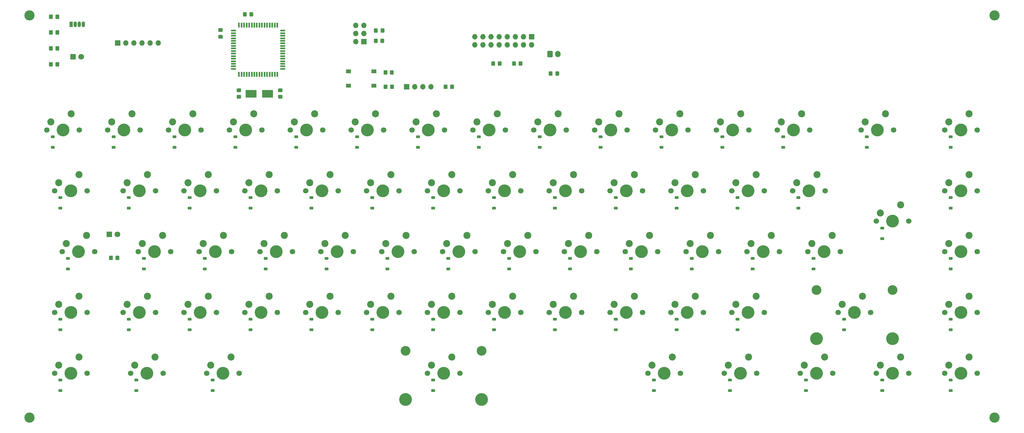
<source format=gbr>
%TF.GenerationSoftware,KiCad,Pcbnew,7.0.9*%
%TF.CreationDate,2023-11-26T21:00:59+00:00*%
%TF.ProjectId,rosco_m68k_keyboard-2,726f7363-6f5f-46d3-9638-6b5f6b657962,0*%
%TF.SameCoordinates,Original*%
%TF.FileFunction,Soldermask,Bot*%
%TF.FilePolarity,Negative*%
%FSLAX46Y46*%
G04 Gerber Fmt 4.6, Leading zero omitted, Abs format (unit mm)*
G04 Created by KiCad (PCBNEW 7.0.9) date 2023-11-26 21:00:59*
%MOMM*%
%LPD*%
G01*
G04 APERTURE LIST*
G04 Aperture macros list*
%AMRoundRect*
0 Rectangle with rounded corners*
0 $1 Rounding radius*
0 $2 $3 $4 $5 $6 $7 $8 $9 X,Y pos of 4 corners*
0 Add a 4 corners polygon primitive as box body*
4,1,4,$2,$3,$4,$5,$6,$7,$8,$9,$2,$3,0*
0 Add four circle primitives for the rounded corners*
1,1,$1+$1,$2,$3*
1,1,$1+$1,$4,$5*
1,1,$1+$1,$6,$7*
1,1,$1+$1,$8,$9*
0 Add four rect primitives between the rounded corners*
20,1,$1+$1,$2,$3,$4,$5,0*
20,1,$1+$1,$4,$5,$6,$7,0*
20,1,$1+$1,$6,$7,$8,$9,0*
20,1,$1+$1,$8,$9,$2,$3,0*%
G04 Aperture macros list end*
%ADD10R,1.500000X0.550000*%
%ADD11R,0.550000X1.500000*%
%ADD12R,1.700000X1.700000*%
%ADD13O,1.700000X1.700000*%
%ADD14RoundRect,0.225000X0.375000X-0.225000X0.375000X0.225000X-0.375000X0.225000X-0.375000X-0.225000X0*%
%ADD15C,3.050000*%
%ADD16C,4.000000*%
%ADD17C,1.700000*%
%ADD18C,2.200000*%
%ADD19C,3.200000*%
%ADD20RoundRect,0.250000X-0.600000X-0.750000X0.600000X-0.750000X0.600000X0.750000X-0.600000X0.750000X0*%
%ADD21O,1.700000X2.000000*%
%ADD22R,1.070000X1.800000*%
%ADD23O,1.070000X1.800000*%
%ADD24R,1.800000X1.800000*%
%ADD25C,1.800000*%
%ADD26RoundRect,0.250000X0.325000X0.450000X-0.325000X0.450000X-0.325000X-0.450000X0.325000X-0.450000X0*%
%ADD27RoundRect,0.250000X-0.325000X-0.450000X0.325000X-0.450000X0.325000X0.450000X-0.325000X0.450000X0*%
%ADD28RoundRect,0.250000X0.450000X-0.325000X0.450000X0.325000X-0.450000X0.325000X-0.450000X-0.325000X0*%
%ADD29R,1.550000X1.300000*%
%ADD30R,3.500000X2.400000*%
%ADD31RoundRect,0.250000X0.350000X0.450000X-0.350000X0.450000X-0.350000X-0.450000X0.350000X-0.450000X0*%
G04 APERTURE END LIST*
D10*
%TO.C,U1*%
X145139000Y-91654500D03*
X145139000Y-92454500D03*
X145139000Y-93254500D03*
X145139000Y-94054500D03*
X145139000Y-94854500D03*
X145139000Y-95654500D03*
X145139000Y-96454500D03*
X145139000Y-97254500D03*
X145139000Y-98054500D03*
X145139000Y-98854500D03*
X145139000Y-99654500D03*
X145139000Y-100454500D03*
X145139000Y-101254500D03*
X145139000Y-102054500D03*
X145139000Y-102854500D03*
X145139000Y-103654500D03*
D11*
X143439000Y-105354500D03*
X142639000Y-105354500D03*
X141839000Y-105354500D03*
X141039000Y-105354500D03*
X140239000Y-105354500D03*
X139439000Y-105354500D03*
X138639000Y-105354500D03*
X137839000Y-105354500D03*
X137039000Y-105354500D03*
X136239000Y-105354500D03*
X135439000Y-105354500D03*
X134639000Y-105354500D03*
X133839000Y-105354500D03*
X133039000Y-105354500D03*
X132239000Y-105354500D03*
X131439000Y-105354500D03*
D10*
X129739000Y-103654500D03*
X129739000Y-102854500D03*
X129739000Y-102054500D03*
X129739000Y-101254500D03*
X129739000Y-100454500D03*
X129739000Y-99654500D03*
X129739000Y-98854500D03*
X129739000Y-98054500D03*
X129739000Y-97254500D03*
X129739000Y-96454500D03*
X129739000Y-95654500D03*
X129739000Y-94854500D03*
X129739000Y-94054500D03*
X129739000Y-93254500D03*
X129739000Y-92454500D03*
X129739000Y-91654500D03*
D11*
X131439000Y-89954500D03*
X132239000Y-89954500D03*
X133039000Y-89954500D03*
X133839000Y-89954500D03*
X134639000Y-89954500D03*
X135439000Y-89954500D03*
X136239000Y-89954500D03*
X137039000Y-89954500D03*
X137839000Y-89954500D03*
X138639000Y-89954500D03*
X139439000Y-89954500D03*
X140239000Y-89954500D03*
X141039000Y-89954500D03*
X141839000Y-89954500D03*
X142639000Y-89954500D03*
X143439000Y-89954500D03*
%TD*%
D12*
%TO.C,J1*%
X93470000Y-95530000D03*
D13*
X96010000Y-95530000D03*
X98550000Y-95530000D03*
X101090000Y-95530000D03*
X103630000Y-95530000D03*
X106170000Y-95530000D03*
%TD*%
D14*
%TO.C,D61*%
X192213700Y-204438700D03*
X192213700Y-201138700D03*
%TD*%
D15*
%TO.C,K61*%
X183573700Y-191978700D03*
D16*
X183573700Y-207218700D03*
D17*
X190393700Y-198978700D03*
D16*
X195473700Y-198978700D03*
D17*
X200553700Y-198978700D03*
D15*
X207373700Y-191978700D03*
D16*
X207373700Y-207218700D03*
D18*
X198013700Y-193898700D03*
X191663700Y-196438700D03*
%TD*%
D17*
%TO.C,K50*%
X190393700Y-179928700D03*
D16*
X195473700Y-179928700D03*
D17*
X200553700Y-179928700D03*
D18*
X198013700Y-174848700D03*
X191663700Y-177388700D03*
%TD*%
D14*
%TO.C,D16*%
X96963700Y-147288700D03*
X96963700Y-143988700D03*
%TD*%
D17*
%TO.C,K26*%
X285643700Y-141828700D03*
D16*
X290723700Y-141828700D03*
D17*
X295803700Y-141828700D03*
D18*
X293263700Y-136748700D03*
X286913700Y-139288700D03*
%TD*%
D17*
%TO.C,K0*%
X71331200Y-122778700D03*
D16*
X76411200Y-122778700D03*
D17*
X81491200Y-122778700D03*
D18*
X78951200Y-117698700D03*
X72601200Y-120238700D03*
%TD*%
D19*
%TO.C,H2*%
X367878700Y-86878700D03*
%TD*%
%TO.C,H3*%
X367878700Y-212878700D03*
%TD*%
%TO.C,H4*%
X65878700Y-212878700D03*
%TD*%
%TO.C,H1*%
X65878700Y-86878700D03*
%TD*%
D12*
%TO.C,J2*%
X170495600Y-95145800D03*
D13*
X167955600Y-95145800D03*
X170495600Y-92605800D03*
X167955600Y-92605800D03*
X170495600Y-90065800D03*
X167955600Y-90065800D03*
%TD*%
D17*
%TO.C,K36*%
X195156200Y-160878700D03*
D16*
X200236200Y-160878700D03*
D17*
X205316200Y-160878700D03*
D18*
X202776200Y-155798700D03*
X196426200Y-158338700D03*
%TD*%
D17*
%TO.C,K60*%
X121337400Y-198978700D03*
D16*
X126417400Y-198978700D03*
D17*
X131497400Y-198978700D03*
D18*
X128957400Y-193898700D03*
X122607400Y-196438700D03*
%TD*%
D17*
%TO.C,K49*%
X171343700Y-179928700D03*
D16*
X176423700Y-179928700D03*
D17*
X181503700Y-179928700D03*
D18*
X178963700Y-174848700D03*
X172613700Y-177388700D03*
%TD*%
D17*
%TO.C,K1*%
X90381200Y-122778700D03*
D16*
X95461200Y-122778700D03*
D17*
X100541200Y-122778700D03*
D18*
X98001200Y-117698700D03*
X91651200Y-120238700D03*
%TD*%
D17*
%TO.C,K62*%
X259449900Y-198978700D03*
D16*
X264529900Y-198978700D03*
D17*
X269609900Y-198978700D03*
D18*
X267069900Y-193898700D03*
X260719900Y-196438700D03*
%TD*%
D17*
%TO.C,K39*%
X252306200Y-160878700D03*
D16*
X257386200Y-160878700D03*
D17*
X262466200Y-160878700D03*
D18*
X259926200Y-155798700D03*
X253576200Y-158338700D03*
%TD*%
D17*
%TO.C,K48*%
X152293700Y-179928700D03*
D16*
X157373700Y-179928700D03*
D17*
X162453700Y-179928700D03*
D18*
X159913700Y-174848700D03*
X153563700Y-177388700D03*
%TD*%
D17*
%TO.C,K53*%
X247543700Y-179928700D03*
D16*
X252623700Y-179928700D03*
D17*
X257703700Y-179928700D03*
D18*
X255163700Y-174848700D03*
X248813700Y-177388700D03*
%TD*%
D17*
%TO.C,K35*%
X176106200Y-160878700D03*
D16*
X181186200Y-160878700D03*
D17*
X186266200Y-160878700D03*
D18*
X183726200Y-155798700D03*
X177376200Y-158338700D03*
%TD*%
D17*
%TO.C,K33*%
X138006200Y-160878700D03*
D16*
X143086200Y-160878700D03*
D17*
X148166200Y-160878700D03*
D18*
X145626200Y-155798700D03*
X139276200Y-158338700D03*
%TD*%
D17*
%TO.C,K25*%
X266593700Y-141828700D03*
D16*
X271673700Y-141828700D03*
D17*
X276753700Y-141828700D03*
D18*
X274213700Y-136748700D03*
X267863700Y-139288700D03*
%TD*%
D17*
%TO.C,K29*%
X352318700Y-141828700D03*
D16*
X357398700Y-141828700D03*
D17*
X362478700Y-141828700D03*
D18*
X359938700Y-136748700D03*
X353588700Y-139288700D03*
%TD*%
D17*
%TO.C,K20*%
X171343700Y-141828700D03*
D16*
X176423700Y-141828700D03*
D17*
X181503700Y-141828700D03*
D18*
X178963700Y-136748700D03*
X172613700Y-139288700D03*
%TD*%
D17*
%TO.C,K11*%
X280881200Y-122778700D03*
D16*
X285961200Y-122778700D03*
D17*
X291041200Y-122778700D03*
D18*
X288501200Y-117698700D03*
X282151200Y-120238700D03*
%TD*%
D17*
%TO.C,K3*%
X128481200Y-122778700D03*
D16*
X133561200Y-122778700D03*
D17*
X138641200Y-122778700D03*
D18*
X136101200Y-117698700D03*
X129751200Y-120238700D03*
%TD*%
D17*
%TO.C,K13*%
X326124900Y-122778700D03*
D16*
X331204900Y-122778700D03*
D17*
X336284900Y-122778700D03*
D18*
X333744900Y-117698700D03*
X327394900Y-120238700D03*
%TD*%
D17*
%TO.C,K7*%
X204681200Y-122778700D03*
D16*
X209761200Y-122778700D03*
D17*
X214841200Y-122778700D03*
D18*
X212301200Y-117698700D03*
X205951200Y-120238700D03*
%TD*%
D17*
%TO.C,K58*%
X73712400Y-198978700D03*
D16*
X78792400Y-198978700D03*
D17*
X83872400Y-198978700D03*
D18*
X81332400Y-193898700D03*
X74982400Y-196438700D03*
%TD*%
D12*
%TO.C,D70*%
X183900000Y-109275000D03*
D13*
X186440000Y-109275000D03*
X188980000Y-109275000D03*
X191520000Y-109275000D03*
%TD*%
D17*
%TO.C,K64*%
X307074900Y-198978700D03*
D16*
X312154900Y-198978700D03*
D17*
X317234900Y-198978700D03*
D18*
X314694900Y-193898700D03*
X308344900Y-196438700D03*
%TD*%
D17*
%TO.C,K51*%
X209443700Y-179928700D03*
D16*
X214523700Y-179928700D03*
D17*
X219603700Y-179928700D03*
D18*
X217063700Y-174848700D03*
X210713700Y-177388700D03*
%TD*%
D17*
%TO.C,K21*%
X190393700Y-141828700D03*
D16*
X195473700Y-141828700D03*
D17*
X200553700Y-141828700D03*
D18*
X198013700Y-136748700D03*
X191663700Y-139288700D03*
%TD*%
D17*
%TO.C,K15*%
X73712400Y-141828700D03*
D16*
X78792400Y-141828700D03*
D17*
X83872400Y-141828700D03*
D18*
X81332400Y-136748700D03*
X74982400Y-139288700D03*
%TD*%
D17*
%TO.C,K30*%
X76093700Y-160878700D03*
D16*
X81173700Y-160878700D03*
D17*
X86253700Y-160878700D03*
D18*
X83713700Y-155798700D03*
X77363700Y-158338700D03*
%TD*%
D17*
%TO.C,K52*%
X228493700Y-179928700D03*
D16*
X233573700Y-179928700D03*
D17*
X238653700Y-179928700D03*
D18*
X236113700Y-174848700D03*
X229763700Y-177388700D03*
%TD*%
D20*
%TO.C,J5*%
X228750000Y-99000000D03*
D21*
X231250000Y-99000000D03*
%TD*%
D17*
%TO.C,K16*%
X95143700Y-141828700D03*
D16*
X100223700Y-141828700D03*
D17*
X105303700Y-141828700D03*
D18*
X102763700Y-136748700D03*
X96413700Y-139288700D03*
%TD*%
D17*
%TO.C,K46*%
X114193700Y-179928700D03*
D16*
X119273700Y-179928700D03*
D17*
X124353700Y-179928700D03*
D18*
X121813700Y-174848700D03*
X115463700Y-177388700D03*
%TD*%
D17*
%TO.C,K8*%
X223731200Y-122778700D03*
D16*
X228811200Y-122778700D03*
D17*
X233891200Y-122778700D03*
D18*
X231351200Y-117698700D03*
X225001200Y-120238700D03*
%TD*%
D22*
%TO.C,D69*%
X78901200Y-89708100D03*
D23*
X80171200Y-89708100D03*
X81441200Y-89708100D03*
X82711200Y-89708100D03*
%TD*%
D17*
%TO.C,K5*%
X166581200Y-122778700D03*
D16*
X171661200Y-122778700D03*
D17*
X176741200Y-122778700D03*
D18*
X174201200Y-117698700D03*
X167851200Y-120238700D03*
%TD*%
D17*
%TO.C,K45*%
X95143700Y-179928700D03*
D16*
X100223700Y-179928700D03*
D17*
X105303700Y-179928700D03*
D18*
X102763700Y-174848700D03*
X96413700Y-177388700D03*
%TD*%
D17*
%TO.C,K42*%
X309456200Y-160878700D03*
D16*
X314536200Y-160878700D03*
D17*
X319616200Y-160878700D03*
D18*
X317076200Y-155798700D03*
X310726200Y-158338700D03*
%TD*%
D17*
%TO.C,K2*%
X109431200Y-122778700D03*
D16*
X114511200Y-122778700D03*
D17*
X119591200Y-122778700D03*
D18*
X117051200Y-117698700D03*
X110701200Y-120238700D03*
%TD*%
D17*
%TO.C,K37*%
X214206200Y-160878700D03*
D16*
X219286200Y-160878700D03*
D17*
X224366200Y-160878700D03*
D18*
X221826200Y-155798700D03*
X215476200Y-158338700D03*
%TD*%
D17*
%TO.C,K66*%
X352318700Y-198978700D03*
D16*
X357398700Y-198978700D03*
D17*
X362478700Y-198978700D03*
D18*
X359938700Y-193898700D03*
X353588700Y-196438700D03*
%TD*%
D17*
%TO.C,K63*%
X283262400Y-198978700D03*
D16*
X288342400Y-198978700D03*
D17*
X293422400Y-198978700D03*
D18*
X290882400Y-193898700D03*
X284532400Y-196438700D03*
%TD*%
D17*
%TO.C,K43*%
X352318700Y-160878700D03*
D16*
X357398700Y-160878700D03*
D17*
X362478700Y-160878700D03*
D18*
X359938700Y-155798700D03*
X353588700Y-158338700D03*
%TD*%
D17*
%TO.C,K24*%
X247543700Y-141828700D03*
D16*
X252623700Y-141828700D03*
D17*
X257703700Y-141828700D03*
D18*
X255163700Y-136748700D03*
X248813700Y-139288700D03*
%TD*%
D17*
%TO.C,K14*%
X352318700Y-122778700D03*
D16*
X357398700Y-122778700D03*
D17*
X362478700Y-122778700D03*
D18*
X359938700Y-117698700D03*
X353588700Y-120238700D03*
%TD*%
D17*
%TO.C,K55*%
X285643700Y-179928700D03*
D16*
X290723700Y-179928700D03*
D17*
X295803700Y-179928700D03*
D18*
X293263700Y-174848700D03*
X286913700Y-177388700D03*
%TD*%
D17*
%TO.C,K44*%
X73712400Y-179928700D03*
D16*
X78792400Y-179928700D03*
D17*
X83872400Y-179928700D03*
D18*
X81332400Y-174848700D03*
X74982400Y-177388700D03*
%TD*%
D17*
%TO.C,K41*%
X290406200Y-160878700D03*
D16*
X295486200Y-160878700D03*
D17*
X300566200Y-160878700D03*
D18*
X298026200Y-155798700D03*
X291676200Y-158338700D03*
%TD*%
D17*
%TO.C,K17*%
X114193680Y-141828680D03*
D16*
X119273680Y-141828680D03*
D17*
X124353680Y-141828680D03*
D18*
X121813680Y-136748680D03*
X115463680Y-139288680D03*
%TD*%
D17*
%TO.C,K22*%
X209443680Y-141828680D03*
D16*
X214523680Y-141828680D03*
D17*
X219603680Y-141828680D03*
D18*
X217063680Y-136748680D03*
X210713680Y-139288680D03*
%TD*%
D17*
%TO.C,K47*%
X133243680Y-179928680D03*
D16*
X138323680Y-179928680D03*
D17*
X143403680Y-179928680D03*
D18*
X140863680Y-174848680D03*
X134513680Y-177388680D03*
%TD*%
D17*
%TO.C,K65*%
X330887400Y-198978700D03*
D16*
X335967400Y-198978700D03*
D17*
X341047400Y-198978700D03*
D18*
X338507400Y-193898700D03*
X332157400Y-196438700D03*
%TD*%
D17*
%TO.C,K40*%
X271356180Y-160878680D03*
D16*
X276436180Y-160878680D03*
D17*
X281516180Y-160878680D03*
D18*
X278976180Y-155798680D03*
X272626180Y-158338680D03*
%TD*%
D17*
%TO.C,K31*%
X99906180Y-160878680D03*
D16*
X104986180Y-160878680D03*
D17*
X110066180Y-160878680D03*
D18*
X107526180Y-155798680D03*
X101176180Y-158338680D03*
%TD*%
D17*
%TO.C,K27*%
X304693680Y-141828680D03*
D16*
X309773680Y-141828680D03*
D17*
X314853680Y-141828680D03*
D18*
X312313680Y-136748680D03*
X305963680Y-139288680D03*
%TD*%
D24*
%TO.C,D68*%
X79501200Y-99893500D03*
D25*
X82041200Y-99893500D03*
%TD*%
D17*
%TO.C,K54*%
X266593700Y-179928700D03*
D16*
X271673700Y-179928700D03*
D17*
X276753700Y-179928700D03*
D18*
X274213700Y-174848700D03*
X267863700Y-177388700D03*
%TD*%
D17*
%TO.C,K19*%
X152293700Y-141828700D03*
D16*
X157373700Y-141828700D03*
D17*
X162453700Y-141828700D03*
D18*
X159913700Y-136748700D03*
X153563700Y-139288700D03*
%TD*%
D15*
%TO.C,K56*%
X312161200Y-172928700D03*
D16*
X312161200Y-188168700D03*
D17*
X318981200Y-179928700D03*
D16*
X324061200Y-179928700D03*
D17*
X329141200Y-179928700D03*
D15*
X335961200Y-172928700D03*
D16*
X335961200Y-188168700D03*
D18*
X326601200Y-174848700D03*
X320251200Y-177388700D03*
%TD*%
D24*
%TO.C,D67*%
X90855000Y-155443300D03*
D25*
X93395000Y-155443300D03*
%TD*%
D12*
%TO.C,J3*%
X223020000Y-93560000D03*
D13*
X223020000Y-96100000D03*
X220480000Y-93560000D03*
X220480000Y-96100000D03*
X217940000Y-93560000D03*
X217940000Y-96100000D03*
X215400000Y-93560000D03*
X215400000Y-96100000D03*
X212860000Y-93560000D03*
X212860000Y-96100000D03*
X210320000Y-93560000D03*
X210320000Y-96100000D03*
X207780000Y-93560000D03*
X207780000Y-96100000D03*
X205240000Y-93560000D03*
X205240000Y-96100000D03*
%TD*%
D17*
%TO.C,K23*%
X228493700Y-141828700D03*
D16*
X233573700Y-141828700D03*
D17*
X238653700Y-141828700D03*
D18*
X236113700Y-136748700D03*
X229763700Y-139288700D03*
%TD*%
D17*
%TO.C,K57*%
X352318700Y-179928700D03*
D16*
X357398700Y-179928700D03*
D17*
X362478700Y-179928700D03*
D18*
X359938700Y-174848700D03*
X353588700Y-177388700D03*
%TD*%
D17*
%TO.C,K18*%
X133243700Y-141828700D03*
D16*
X138323700Y-141828700D03*
D17*
X143403700Y-141828700D03*
D18*
X140863700Y-136748700D03*
X134513700Y-139288700D03*
%TD*%
D17*
%TO.C,K10*%
X261831200Y-122778700D03*
D16*
X266911200Y-122778700D03*
D17*
X271991200Y-122778700D03*
D18*
X269451200Y-117698700D03*
X263101200Y-120238700D03*
%TD*%
D17*
%TO.C,K34*%
X157056200Y-160878700D03*
D16*
X162136200Y-160878700D03*
D17*
X167216200Y-160878700D03*
D18*
X164676200Y-155798700D03*
X158326200Y-158338700D03*
%TD*%
D17*
%TO.C,K28*%
X330887400Y-151353700D03*
D16*
X335967400Y-151353700D03*
D17*
X341047400Y-151353700D03*
D18*
X338507400Y-146273700D03*
X332157400Y-148813700D03*
%TD*%
D17*
%TO.C,K4*%
X147531200Y-122778700D03*
D16*
X152611200Y-122778700D03*
D17*
X157691200Y-122778700D03*
D18*
X155151200Y-117698700D03*
X148801200Y-120238700D03*
%TD*%
D17*
%TO.C,K12*%
X299931200Y-122778700D03*
D16*
X305011200Y-122778700D03*
D17*
X310091200Y-122778700D03*
D18*
X307551200Y-117698700D03*
X301201200Y-120238700D03*
%TD*%
D17*
%TO.C,K59*%
X97524900Y-198978700D03*
D16*
X102604900Y-198978700D03*
D17*
X107684900Y-198978700D03*
D18*
X105144900Y-193898700D03*
X98794900Y-196438700D03*
%TD*%
D17*
%TO.C,K38*%
X233256200Y-160878700D03*
D16*
X238336200Y-160878700D03*
D17*
X243416200Y-160878700D03*
D18*
X240876200Y-155798700D03*
X234526200Y-158338700D03*
%TD*%
D17*
%TO.C,K32*%
X118956200Y-160878700D03*
D16*
X124036200Y-160878700D03*
D17*
X129116200Y-160878700D03*
D18*
X126576200Y-155798700D03*
X120226200Y-158338700D03*
%TD*%
D17*
%TO.C,K9*%
X242781200Y-122778700D03*
D16*
X247861200Y-122778700D03*
D17*
X252941200Y-122778700D03*
D18*
X250401200Y-117698700D03*
X244051200Y-120238700D03*
%TD*%
D17*
%TO.C,K6*%
X185631200Y-122778700D03*
D16*
X190711200Y-122778700D03*
D17*
X195791200Y-122778700D03*
D18*
X193251200Y-117698700D03*
X186901200Y-120238700D03*
%TD*%
D14*
%TO.C,D0*%
X73151200Y-128238700D03*
X73151200Y-124938700D03*
%TD*%
D26*
%TO.C,C1*%
X231025000Y-105100000D03*
X228975000Y-105100000D03*
%TD*%
%TO.C,C2*%
X213025000Y-102000000D03*
X210975000Y-102000000D03*
%TD*%
D27*
%TO.C,C3*%
X217475000Y-102000000D03*
X219525000Y-102000000D03*
%TD*%
D28*
%TO.C,C4*%
X125659400Y-91511500D03*
X125659400Y-93561500D03*
%TD*%
D27*
%TO.C,C5*%
X133229800Y-86583700D03*
X135279800Y-86583700D03*
%TD*%
D28*
%TO.C,C6*%
X131391400Y-112425100D03*
X131391400Y-110375100D03*
%TD*%
%TO.C,C7*%
X144391400Y-112425100D03*
X144391400Y-110375100D03*
%TD*%
D26*
%TO.C,R1*%
X176325000Y-91600000D03*
X174275000Y-91600000D03*
%TD*%
%TO.C,R2*%
X176300000Y-94900000D03*
X174250000Y-94900000D03*
%TD*%
D29*
%TO.C,SW1*%
X173683200Y-104402000D03*
X165733200Y-104402000D03*
X173683200Y-108902000D03*
X165733200Y-108902000D03*
%TD*%
D30*
%TO.C,Y1*%
X135191400Y-111425100D03*
X140391400Y-111425100D03*
%TD*%
D14*
%TO.C,D43*%
X354138700Y-166338700D03*
X354138700Y-163038700D03*
%TD*%
%TO.C,D41*%
X292226200Y-166338700D03*
X292226200Y-163038700D03*
%TD*%
%TO.C,D60*%
X123157400Y-204438700D03*
X123157400Y-201138700D03*
%TD*%
%TO.C,D44*%
X75532400Y-185388700D03*
X75532400Y-182088700D03*
%TD*%
%TO.C,D35*%
X177926200Y-166338700D03*
X177926200Y-163038700D03*
%TD*%
%TO.C,D51*%
X211263700Y-185388700D03*
X211263700Y-182088700D03*
%TD*%
%TO.C,D56*%
X320801200Y-185388700D03*
X320801200Y-182088700D03*
%TD*%
%TO.C,D54*%
X268413700Y-185388700D03*
X268413700Y-182088700D03*
%TD*%
%TO.C,D47*%
X135063700Y-185388700D03*
X135063700Y-182088700D03*
%TD*%
%TO.C,D28*%
X332707400Y-156813700D03*
X332707400Y-153513700D03*
%TD*%
%TO.C,D64*%
X308894900Y-204438700D03*
X308894900Y-201138700D03*
%TD*%
%TO.C,D6*%
X187451200Y-128238700D03*
X187451200Y-124938700D03*
%TD*%
%TO.C,D55*%
X287463700Y-185388700D03*
X287463700Y-182088700D03*
%TD*%
D31*
%TO.C,R3*%
X93369600Y-162809300D03*
X91369600Y-162809300D03*
%TD*%
%TO.C,R5*%
X74583000Y-87295100D03*
X72583000Y-87295100D03*
%TD*%
D14*
%TO.C,D26*%
X287463700Y-147288700D03*
X287463700Y-143988700D03*
%TD*%
%TO.C,D58*%
X75532400Y-204438700D03*
X75532400Y-201138700D03*
%TD*%
D31*
%TO.C,R4*%
X74583000Y-102193500D03*
X72583000Y-102193500D03*
%TD*%
D14*
%TO.C,D14*%
X354138700Y-128238700D03*
X354138700Y-124938700D03*
%TD*%
%TO.C,D5*%
X168401200Y-128238700D03*
X168401200Y-124938700D03*
%TD*%
%TO.C,D49*%
X173163700Y-185388700D03*
X173163700Y-182088700D03*
%TD*%
%TO.C,D45*%
X96963700Y-185388700D03*
X96963700Y-182088700D03*
%TD*%
D31*
%TO.C,R9*%
X179337400Y-109221400D03*
X177337400Y-109221400D03*
%TD*%
%TO.C,R6*%
X74583000Y-92261200D03*
X72583000Y-92261200D03*
%TD*%
D14*
%TO.C,D27*%
X306513700Y-147288700D03*
X306513700Y-143988700D03*
%TD*%
%TO.C,D66*%
X354138700Y-204438700D03*
X354138700Y-201138700D03*
%TD*%
D31*
%TO.C,R7*%
X74583000Y-97227300D03*
X72583000Y-97227300D03*
%TD*%
D14*
%TO.C,D42*%
X311276200Y-166338700D03*
X311276200Y-163038700D03*
%TD*%
%TO.C,D17*%
X116013700Y-147288700D03*
X116013700Y-143988700D03*
%TD*%
%TO.C,D23*%
X230313700Y-147288700D03*
X230313700Y-143988700D03*
%TD*%
%TO.C,D21*%
X192213700Y-147288700D03*
X192213700Y-143988700D03*
%TD*%
%TO.C,D22*%
X211263700Y-147288700D03*
X211263700Y-143988700D03*
%TD*%
%TO.C,D19*%
X154113700Y-147288700D03*
X154113700Y-143988700D03*
%TD*%
%TO.C,D32*%
X120776200Y-166338700D03*
X120776200Y-163038700D03*
%TD*%
%TO.C,D65*%
X332707400Y-204438700D03*
X332707400Y-201138700D03*
%TD*%
%TO.C,D15*%
X75532400Y-147288700D03*
X75532400Y-143988700D03*
%TD*%
%TO.C,D9*%
X244601200Y-128238700D03*
X244601200Y-124938700D03*
%TD*%
%TO.C,D10*%
X263651200Y-128238700D03*
X263651200Y-124938700D03*
%TD*%
%TO.C,D30*%
X77913700Y-166338700D03*
X77913700Y-163038700D03*
%TD*%
%TO.C,D7*%
X206501200Y-128238700D03*
X206501200Y-124938700D03*
%TD*%
%TO.C,D29*%
X354138700Y-147288700D03*
X354138700Y-143988700D03*
%TD*%
%TO.C,D39*%
X254126200Y-166338700D03*
X254126200Y-163038700D03*
%TD*%
%TO.C,D13*%
X327944900Y-128238700D03*
X327944900Y-124938700D03*
%TD*%
%TO.C,D53*%
X249363700Y-185388700D03*
X249363700Y-182088700D03*
%TD*%
%TO.C,D50*%
X192213700Y-185388700D03*
X192213700Y-182088700D03*
%TD*%
%TO.C,D11*%
X282701200Y-128238700D03*
X282701200Y-124938700D03*
%TD*%
%TO.C,D31*%
X101726200Y-166338700D03*
X101726200Y-163038700D03*
%TD*%
%TO.C,D25*%
X268413700Y-147288700D03*
X268413700Y-143988700D03*
%TD*%
%TO.C,D40*%
X273176200Y-166338700D03*
X273176200Y-163038700D03*
%TD*%
%TO.C,D63*%
X285082400Y-204438700D03*
X285082400Y-201138700D03*
%TD*%
D31*
%TO.C,R8*%
X179261200Y-104728400D03*
X177261200Y-104728400D03*
%TD*%
D14*
%TO.C,D37*%
X216026200Y-166338700D03*
X216026200Y-163038700D03*
%TD*%
%TO.C,D62*%
X261269900Y-204438700D03*
X261269900Y-201138700D03*
%TD*%
%TO.C,D59*%
X99344900Y-204438700D03*
X99344900Y-201138700D03*
%TD*%
%TO.C,D57*%
X354138700Y-185388700D03*
X354138700Y-182088700D03*
%TD*%
%TO.C,D1*%
X92201200Y-128238700D03*
X92201200Y-124938700D03*
%TD*%
%TO.C,D36*%
X196976200Y-166338700D03*
X196976200Y-163038700D03*
%TD*%
%TO.C,D18*%
X135063700Y-147288700D03*
X135063700Y-143988700D03*
%TD*%
D31*
%TO.C,R10*%
X198132200Y-109221400D03*
X196132200Y-109221400D03*
%TD*%
D14*
%TO.C,D4*%
X149351200Y-128238700D03*
X149351200Y-124938700D03*
%TD*%
%TO.C,D33*%
X139826200Y-166338700D03*
X139826200Y-163038700D03*
%TD*%
%TO.C,D46*%
X116013700Y-185388700D03*
X116013700Y-182088700D03*
%TD*%
%TO.C,D34*%
X158876200Y-166338700D03*
X158876200Y-163038700D03*
%TD*%
%TO.C,D12*%
X301751200Y-128238700D03*
X301751200Y-124938700D03*
%TD*%
%TO.C,D24*%
X249363700Y-147288700D03*
X249363700Y-143988700D03*
%TD*%
%TO.C,D48*%
X154113700Y-185388700D03*
X154113700Y-182088700D03*
%TD*%
%TO.C,D38*%
X235076200Y-166338700D03*
X235076200Y-163038700D03*
%TD*%
%TO.C,D52*%
X230313700Y-185388700D03*
X230313700Y-182088700D03*
%TD*%
%TO.C,D2*%
X111251200Y-128238700D03*
X111251200Y-124938700D03*
%TD*%
%TO.C,D20*%
X173163700Y-147288700D03*
X173163700Y-143988700D03*
%TD*%
%TO.C,D8*%
X225551200Y-128238700D03*
X225551200Y-124938700D03*
%TD*%
%TO.C,D3*%
X130301200Y-128238700D03*
X130301200Y-124938700D03*
%TD*%
M02*

</source>
